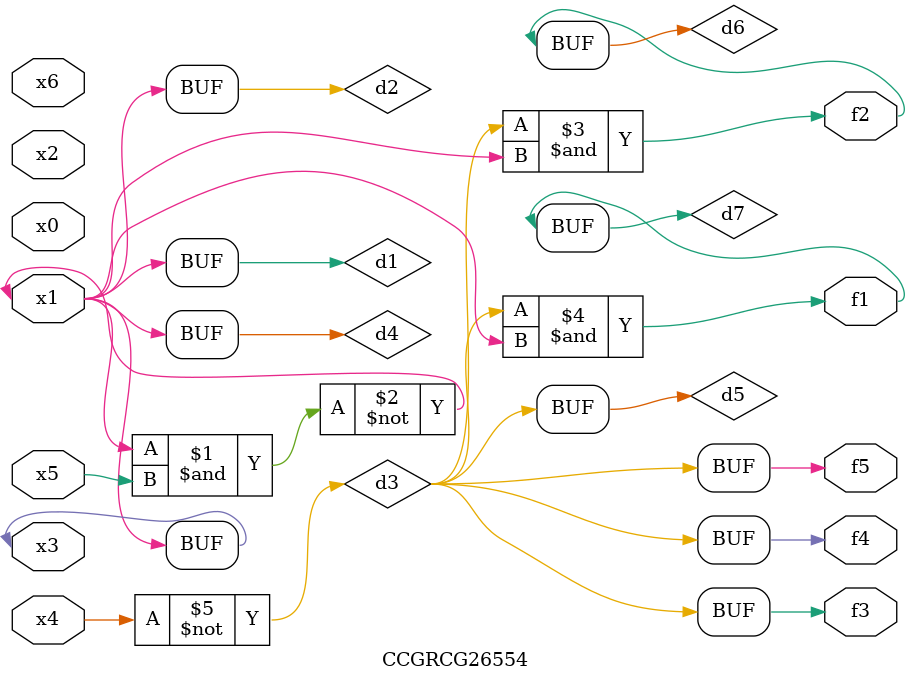
<source format=v>
module CCGRCG26554(
	input x0, x1, x2, x3, x4, x5, x6,
	output f1, f2, f3, f4, f5
);

	wire d1, d2, d3, d4, d5, d6, d7;

	buf (d1, x1, x3);
	nand (d2, x1, x5);
	not (d3, x4);
	buf (d4, d1, d2);
	buf (d5, d3);
	and (d6, d3, d4);
	and (d7, d3, d4);
	assign f1 = d7;
	assign f2 = d6;
	assign f3 = d5;
	assign f4 = d5;
	assign f5 = d5;
endmodule

</source>
